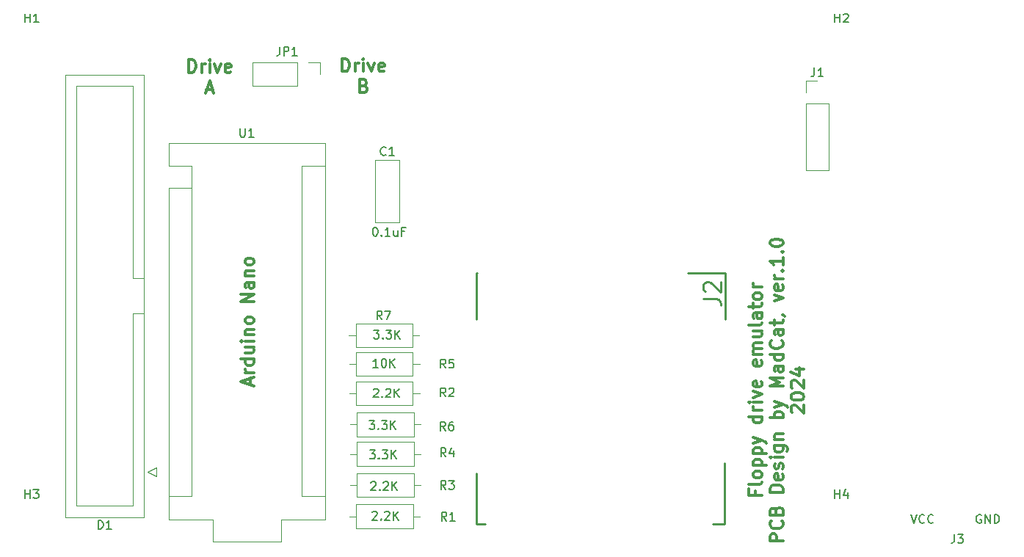
<source format=gbr>
%TF.GenerationSoftware,KiCad,Pcbnew,7.0.1*%
%TF.CreationDate,2024-04-08T12:28:37+03:00*%
%TF.ProjectId,delta_flop_arduino,64656c74-615f-4666-9c6f-705f61726475,rev?*%
%TF.SameCoordinates,Original*%
%TF.FileFunction,Legend,Top*%
%TF.FilePolarity,Positive*%
%FSLAX46Y46*%
G04 Gerber Fmt 4.6, Leading zero omitted, Abs format (unit mm)*
G04 Created by KiCad (PCBNEW 7.0.1) date 2024-04-08 12:28:37*
%MOMM*%
%LPD*%
G01*
G04 APERTURE LIST*
%ADD10C,0.300000*%
%ADD11C,0.150000*%
%ADD12C,0.250000*%
%ADD13C,0.120000*%
%ADD14C,0.254000*%
G04 APERTURE END LIST*
D10*
X130965357Y-141785714D02*
X130965357Y-141071429D01*
X131393928Y-141928571D02*
X129893928Y-141428571D01*
X129893928Y-141428571D02*
X131393928Y-140928571D01*
X131393928Y-140428572D02*
X130393928Y-140428572D01*
X130679642Y-140428572D02*
X130536785Y-140357143D01*
X130536785Y-140357143D02*
X130465357Y-140285715D01*
X130465357Y-140285715D02*
X130393928Y-140142857D01*
X130393928Y-140142857D02*
X130393928Y-140000000D01*
X131393928Y-138857144D02*
X129893928Y-138857144D01*
X131322500Y-138857144D02*
X131393928Y-139000001D01*
X131393928Y-139000001D02*
X131393928Y-139285715D01*
X131393928Y-139285715D02*
X131322500Y-139428572D01*
X131322500Y-139428572D02*
X131251071Y-139500001D01*
X131251071Y-139500001D02*
X131108214Y-139571429D01*
X131108214Y-139571429D02*
X130679642Y-139571429D01*
X130679642Y-139571429D02*
X130536785Y-139500001D01*
X130536785Y-139500001D02*
X130465357Y-139428572D01*
X130465357Y-139428572D02*
X130393928Y-139285715D01*
X130393928Y-139285715D02*
X130393928Y-139000001D01*
X130393928Y-139000001D02*
X130465357Y-138857144D01*
X130393928Y-137500001D02*
X131393928Y-137500001D01*
X130393928Y-138142858D02*
X131179642Y-138142858D01*
X131179642Y-138142858D02*
X131322500Y-138071429D01*
X131322500Y-138071429D02*
X131393928Y-137928572D01*
X131393928Y-137928572D02*
X131393928Y-137714286D01*
X131393928Y-137714286D02*
X131322500Y-137571429D01*
X131322500Y-137571429D02*
X131251071Y-137500001D01*
X131393928Y-136785715D02*
X130393928Y-136785715D01*
X129893928Y-136785715D02*
X129965357Y-136857143D01*
X129965357Y-136857143D02*
X130036785Y-136785715D01*
X130036785Y-136785715D02*
X129965357Y-136714286D01*
X129965357Y-136714286D02*
X129893928Y-136785715D01*
X129893928Y-136785715D02*
X130036785Y-136785715D01*
X130393928Y-136071429D02*
X131393928Y-136071429D01*
X130536785Y-136071429D02*
X130465357Y-136000000D01*
X130465357Y-136000000D02*
X130393928Y-135857143D01*
X130393928Y-135857143D02*
X130393928Y-135642857D01*
X130393928Y-135642857D02*
X130465357Y-135500000D01*
X130465357Y-135500000D02*
X130608214Y-135428572D01*
X130608214Y-135428572D02*
X131393928Y-135428572D01*
X131393928Y-134500000D02*
X131322500Y-134642857D01*
X131322500Y-134642857D02*
X131251071Y-134714286D01*
X131251071Y-134714286D02*
X131108214Y-134785714D01*
X131108214Y-134785714D02*
X130679642Y-134785714D01*
X130679642Y-134785714D02*
X130536785Y-134714286D01*
X130536785Y-134714286D02*
X130465357Y-134642857D01*
X130465357Y-134642857D02*
X130393928Y-134500000D01*
X130393928Y-134500000D02*
X130393928Y-134285714D01*
X130393928Y-134285714D02*
X130465357Y-134142857D01*
X130465357Y-134142857D02*
X130536785Y-134071429D01*
X130536785Y-134071429D02*
X130679642Y-134000000D01*
X130679642Y-134000000D02*
X131108214Y-134000000D01*
X131108214Y-134000000D02*
X131251071Y-134071429D01*
X131251071Y-134071429D02*
X131322500Y-134142857D01*
X131322500Y-134142857D02*
X131393928Y-134285714D01*
X131393928Y-134285714D02*
X131393928Y-134500000D01*
X131393928Y-132214286D02*
X129893928Y-132214286D01*
X129893928Y-132214286D02*
X131393928Y-131357143D01*
X131393928Y-131357143D02*
X129893928Y-131357143D01*
X131393928Y-130000000D02*
X130608214Y-130000000D01*
X130608214Y-130000000D02*
X130465357Y-130071428D01*
X130465357Y-130071428D02*
X130393928Y-130214285D01*
X130393928Y-130214285D02*
X130393928Y-130500000D01*
X130393928Y-130500000D02*
X130465357Y-130642857D01*
X131322500Y-130000000D02*
X131393928Y-130142857D01*
X131393928Y-130142857D02*
X131393928Y-130500000D01*
X131393928Y-130500000D02*
X131322500Y-130642857D01*
X131322500Y-130642857D02*
X131179642Y-130714285D01*
X131179642Y-130714285D02*
X131036785Y-130714285D01*
X131036785Y-130714285D02*
X130893928Y-130642857D01*
X130893928Y-130642857D02*
X130822500Y-130500000D01*
X130822500Y-130500000D02*
X130822500Y-130142857D01*
X130822500Y-130142857D02*
X130751071Y-130000000D01*
X130393928Y-129285714D02*
X131393928Y-129285714D01*
X130536785Y-129285714D02*
X130465357Y-129214285D01*
X130465357Y-129214285D02*
X130393928Y-129071428D01*
X130393928Y-129071428D02*
X130393928Y-128857142D01*
X130393928Y-128857142D02*
X130465357Y-128714285D01*
X130465357Y-128714285D02*
X130608214Y-128642857D01*
X130608214Y-128642857D02*
X131393928Y-128642857D01*
X131393928Y-127714285D02*
X131322500Y-127857142D01*
X131322500Y-127857142D02*
X131251071Y-127928571D01*
X131251071Y-127928571D02*
X131108214Y-127999999D01*
X131108214Y-127999999D02*
X130679642Y-127999999D01*
X130679642Y-127999999D02*
X130536785Y-127928571D01*
X130536785Y-127928571D02*
X130465357Y-127857142D01*
X130465357Y-127857142D02*
X130393928Y-127714285D01*
X130393928Y-127714285D02*
X130393928Y-127499999D01*
X130393928Y-127499999D02*
X130465357Y-127357142D01*
X130465357Y-127357142D02*
X130536785Y-127285714D01*
X130536785Y-127285714D02*
X130679642Y-127214285D01*
X130679642Y-127214285D02*
X131108214Y-127214285D01*
X131108214Y-127214285D02*
X131251071Y-127285714D01*
X131251071Y-127285714D02*
X131322500Y-127357142D01*
X131322500Y-127357142D02*
X131393928Y-127499999D01*
X131393928Y-127499999D02*
X131393928Y-127714285D01*
X141571428Y-105686428D02*
X141571428Y-104186428D01*
X141571428Y-104186428D02*
X141928571Y-104186428D01*
X141928571Y-104186428D02*
X142142857Y-104257857D01*
X142142857Y-104257857D02*
X142285714Y-104400714D01*
X142285714Y-104400714D02*
X142357143Y-104543571D01*
X142357143Y-104543571D02*
X142428571Y-104829285D01*
X142428571Y-104829285D02*
X142428571Y-105043571D01*
X142428571Y-105043571D02*
X142357143Y-105329285D01*
X142357143Y-105329285D02*
X142285714Y-105472142D01*
X142285714Y-105472142D02*
X142142857Y-105615000D01*
X142142857Y-105615000D02*
X141928571Y-105686428D01*
X141928571Y-105686428D02*
X141571428Y-105686428D01*
X143071428Y-105686428D02*
X143071428Y-104686428D01*
X143071428Y-104972142D02*
X143142857Y-104829285D01*
X143142857Y-104829285D02*
X143214286Y-104757857D01*
X143214286Y-104757857D02*
X143357143Y-104686428D01*
X143357143Y-104686428D02*
X143500000Y-104686428D01*
X143999999Y-105686428D02*
X143999999Y-104686428D01*
X143999999Y-104186428D02*
X143928571Y-104257857D01*
X143928571Y-104257857D02*
X143999999Y-104329285D01*
X143999999Y-104329285D02*
X144071428Y-104257857D01*
X144071428Y-104257857D02*
X143999999Y-104186428D01*
X143999999Y-104186428D02*
X143999999Y-104329285D01*
X144571428Y-104686428D02*
X144928571Y-105686428D01*
X144928571Y-105686428D02*
X145285714Y-104686428D01*
X146428571Y-105615000D02*
X146285714Y-105686428D01*
X146285714Y-105686428D02*
X146000000Y-105686428D01*
X146000000Y-105686428D02*
X145857142Y-105615000D01*
X145857142Y-105615000D02*
X145785714Y-105472142D01*
X145785714Y-105472142D02*
X145785714Y-104900714D01*
X145785714Y-104900714D02*
X145857142Y-104757857D01*
X145857142Y-104757857D02*
X146000000Y-104686428D01*
X146000000Y-104686428D02*
X146285714Y-104686428D01*
X146285714Y-104686428D02*
X146428571Y-104757857D01*
X146428571Y-104757857D02*
X146500000Y-104900714D01*
X146500000Y-104900714D02*
X146500000Y-105043571D01*
X146500000Y-105043571D02*
X145785714Y-105186428D01*
X144107142Y-107330714D02*
X144321428Y-107402142D01*
X144321428Y-107402142D02*
X144392857Y-107473571D01*
X144392857Y-107473571D02*
X144464285Y-107616428D01*
X144464285Y-107616428D02*
X144464285Y-107830714D01*
X144464285Y-107830714D02*
X144392857Y-107973571D01*
X144392857Y-107973571D02*
X144321428Y-108045000D01*
X144321428Y-108045000D02*
X144178571Y-108116428D01*
X144178571Y-108116428D02*
X143607142Y-108116428D01*
X143607142Y-108116428D02*
X143607142Y-106616428D01*
X143607142Y-106616428D02*
X144107142Y-106616428D01*
X144107142Y-106616428D02*
X144250000Y-106687857D01*
X144250000Y-106687857D02*
X144321428Y-106759285D01*
X144321428Y-106759285D02*
X144392857Y-106902142D01*
X144392857Y-106902142D02*
X144392857Y-107045000D01*
X144392857Y-107045000D02*
X144321428Y-107187857D01*
X144321428Y-107187857D02*
X144250000Y-107259285D01*
X144250000Y-107259285D02*
X144107142Y-107330714D01*
X144107142Y-107330714D02*
X143607142Y-107330714D01*
X189217314Y-154075742D02*
X189217314Y-154575742D01*
X190003028Y-154575742D02*
X188503028Y-154575742D01*
X188503028Y-154575742D02*
X188503028Y-153861456D01*
X190003028Y-153075742D02*
X189931600Y-153218599D01*
X189931600Y-153218599D02*
X189788742Y-153290028D01*
X189788742Y-153290028D02*
X188503028Y-153290028D01*
X190003028Y-152290028D02*
X189931600Y-152432885D01*
X189931600Y-152432885D02*
X189860171Y-152504314D01*
X189860171Y-152504314D02*
X189717314Y-152575742D01*
X189717314Y-152575742D02*
X189288742Y-152575742D01*
X189288742Y-152575742D02*
X189145885Y-152504314D01*
X189145885Y-152504314D02*
X189074457Y-152432885D01*
X189074457Y-152432885D02*
X189003028Y-152290028D01*
X189003028Y-152290028D02*
X189003028Y-152075742D01*
X189003028Y-152075742D02*
X189074457Y-151932885D01*
X189074457Y-151932885D02*
X189145885Y-151861457D01*
X189145885Y-151861457D02*
X189288742Y-151790028D01*
X189288742Y-151790028D02*
X189717314Y-151790028D01*
X189717314Y-151790028D02*
X189860171Y-151861457D01*
X189860171Y-151861457D02*
X189931600Y-151932885D01*
X189931600Y-151932885D02*
X190003028Y-152075742D01*
X190003028Y-152075742D02*
X190003028Y-152290028D01*
X189003028Y-151147171D02*
X190503028Y-151147171D01*
X189074457Y-151147171D02*
X189003028Y-151004314D01*
X189003028Y-151004314D02*
X189003028Y-150718599D01*
X189003028Y-150718599D02*
X189074457Y-150575742D01*
X189074457Y-150575742D02*
X189145885Y-150504314D01*
X189145885Y-150504314D02*
X189288742Y-150432885D01*
X189288742Y-150432885D02*
X189717314Y-150432885D01*
X189717314Y-150432885D02*
X189860171Y-150504314D01*
X189860171Y-150504314D02*
X189931600Y-150575742D01*
X189931600Y-150575742D02*
X190003028Y-150718599D01*
X190003028Y-150718599D02*
X190003028Y-151004314D01*
X190003028Y-151004314D02*
X189931600Y-151147171D01*
X189003028Y-149790028D02*
X190503028Y-149790028D01*
X189074457Y-149790028D02*
X189003028Y-149647171D01*
X189003028Y-149647171D02*
X189003028Y-149361456D01*
X189003028Y-149361456D02*
X189074457Y-149218599D01*
X189074457Y-149218599D02*
X189145885Y-149147171D01*
X189145885Y-149147171D02*
X189288742Y-149075742D01*
X189288742Y-149075742D02*
X189717314Y-149075742D01*
X189717314Y-149075742D02*
X189860171Y-149147171D01*
X189860171Y-149147171D02*
X189931600Y-149218599D01*
X189931600Y-149218599D02*
X190003028Y-149361456D01*
X190003028Y-149361456D02*
X190003028Y-149647171D01*
X190003028Y-149647171D02*
X189931600Y-149790028D01*
X189003028Y-148575742D02*
X190003028Y-148218599D01*
X189003028Y-147861456D02*
X190003028Y-148218599D01*
X190003028Y-148218599D02*
X190360171Y-148361456D01*
X190360171Y-148361456D02*
X190431600Y-148432885D01*
X190431600Y-148432885D02*
X190503028Y-148575742D01*
X190003028Y-145504314D02*
X188503028Y-145504314D01*
X189931600Y-145504314D02*
X190003028Y-145647171D01*
X190003028Y-145647171D02*
X190003028Y-145932885D01*
X190003028Y-145932885D02*
X189931600Y-146075742D01*
X189931600Y-146075742D02*
X189860171Y-146147171D01*
X189860171Y-146147171D02*
X189717314Y-146218599D01*
X189717314Y-146218599D02*
X189288742Y-146218599D01*
X189288742Y-146218599D02*
X189145885Y-146147171D01*
X189145885Y-146147171D02*
X189074457Y-146075742D01*
X189074457Y-146075742D02*
X189003028Y-145932885D01*
X189003028Y-145932885D02*
X189003028Y-145647171D01*
X189003028Y-145647171D02*
X189074457Y-145504314D01*
X190003028Y-144790028D02*
X189003028Y-144790028D01*
X189288742Y-144790028D02*
X189145885Y-144718599D01*
X189145885Y-144718599D02*
X189074457Y-144647171D01*
X189074457Y-144647171D02*
X189003028Y-144504313D01*
X189003028Y-144504313D02*
X189003028Y-144361456D01*
X190003028Y-143861457D02*
X189003028Y-143861457D01*
X188503028Y-143861457D02*
X188574457Y-143932885D01*
X188574457Y-143932885D02*
X188645885Y-143861457D01*
X188645885Y-143861457D02*
X188574457Y-143790028D01*
X188574457Y-143790028D02*
X188503028Y-143861457D01*
X188503028Y-143861457D02*
X188645885Y-143861457D01*
X189003028Y-143290028D02*
X190003028Y-142932885D01*
X190003028Y-142932885D02*
X189003028Y-142575742D01*
X189931600Y-141432885D02*
X190003028Y-141575742D01*
X190003028Y-141575742D02*
X190003028Y-141861457D01*
X190003028Y-141861457D02*
X189931600Y-142004314D01*
X189931600Y-142004314D02*
X189788742Y-142075742D01*
X189788742Y-142075742D02*
X189217314Y-142075742D01*
X189217314Y-142075742D02*
X189074457Y-142004314D01*
X189074457Y-142004314D02*
X189003028Y-141861457D01*
X189003028Y-141861457D02*
X189003028Y-141575742D01*
X189003028Y-141575742D02*
X189074457Y-141432885D01*
X189074457Y-141432885D02*
X189217314Y-141361457D01*
X189217314Y-141361457D02*
X189360171Y-141361457D01*
X189360171Y-141361457D02*
X189503028Y-142075742D01*
X189931600Y-139004314D02*
X190003028Y-139147171D01*
X190003028Y-139147171D02*
X190003028Y-139432886D01*
X190003028Y-139432886D02*
X189931600Y-139575743D01*
X189931600Y-139575743D02*
X189788742Y-139647171D01*
X189788742Y-139647171D02*
X189217314Y-139647171D01*
X189217314Y-139647171D02*
X189074457Y-139575743D01*
X189074457Y-139575743D02*
X189003028Y-139432886D01*
X189003028Y-139432886D02*
X189003028Y-139147171D01*
X189003028Y-139147171D02*
X189074457Y-139004314D01*
X189074457Y-139004314D02*
X189217314Y-138932886D01*
X189217314Y-138932886D02*
X189360171Y-138932886D01*
X189360171Y-138932886D02*
X189503028Y-139647171D01*
X190003028Y-138290029D02*
X189003028Y-138290029D01*
X189145885Y-138290029D02*
X189074457Y-138218600D01*
X189074457Y-138218600D02*
X189003028Y-138075743D01*
X189003028Y-138075743D02*
X189003028Y-137861457D01*
X189003028Y-137861457D02*
X189074457Y-137718600D01*
X189074457Y-137718600D02*
X189217314Y-137647172D01*
X189217314Y-137647172D02*
X190003028Y-137647172D01*
X189217314Y-137647172D02*
X189074457Y-137575743D01*
X189074457Y-137575743D02*
X189003028Y-137432886D01*
X189003028Y-137432886D02*
X189003028Y-137218600D01*
X189003028Y-137218600D02*
X189074457Y-137075743D01*
X189074457Y-137075743D02*
X189217314Y-137004314D01*
X189217314Y-137004314D02*
X190003028Y-137004314D01*
X189003028Y-135647172D02*
X190003028Y-135647172D01*
X189003028Y-136290029D02*
X189788742Y-136290029D01*
X189788742Y-136290029D02*
X189931600Y-136218600D01*
X189931600Y-136218600D02*
X190003028Y-136075743D01*
X190003028Y-136075743D02*
X190003028Y-135861457D01*
X190003028Y-135861457D02*
X189931600Y-135718600D01*
X189931600Y-135718600D02*
X189860171Y-135647172D01*
X190003028Y-134718600D02*
X189931600Y-134861457D01*
X189931600Y-134861457D02*
X189788742Y-134932886D01*
X189788742Y-134932886D02*
X188503028Y-134932886D01*
X190003028Y-133504315D02*
X189217314Y-133504315D01*
X189217314Y-133504315D02*
X189074457Y-133575743D01*
X189074457Y-133575743D02*
X189003028Y-133718600D01*
X189003028Y-133718600D02*
X189003028Y-134004315D01*
X189003028Y-134004315D02*
X189074457Y-134147172D01*
X189931600Y-133504315D02*
X190003028Y-133647172D01*
X190003028Y-133647172D02*
X190003028Y-134004315D01*
X190003028Y-134004315D02*
X189931600Y-134147172D01*
X189931600Y-134147172D02*
X189788742Y-134218600D01*
X189788742Y-134218600D02*
X189645885Y-134218600D01*
X189645885Y-134218600D02*
X189503028Y-134147172D01*
X189503028Y-134147172D02*
X189431600Y-134004315D01*
X189431600Y-134004315D02*
X189431600Y-133647172D01*
X189431600Y-133647172D02*
X189360171Y-133504315D01*
X189003028Y-133004314D02*
X189003028Y-132432886D01*
X188503028Y-132790029D02*
X189788742Y-132790029D01*
X189788742Y-132790029D02*
X189931600Y-132718600D01*
X189931600Y-132718600D02*
X190003028Y-132575743D01*
X190003028Y-132575743D02*
X190003028Y-132432886D01*
X190003028Y-131718600D02*
X189931600Y-131861457D01*
X189931600Y-131861457D02*
X189860171Y-131932886D01*
X189860171Y-131932886D02*
X189717314Y-132004314D01*
X189717314Y-132004314D02*
X189288742Y-132004314D01*
X189288742Y-132004314D02*
X189145885Y-131932886D01*
X189145885Y-131932886D02*
X189074457Y-131861457D01*
X189074457Y-131861457D02*
X189003028Y-131718600D01*
X189003028Y-131718600D02*
X189003028Y-131504314D01*
X189003028Y-131504314D02*
X189074457Y-131361457D01*
X189074457Y-131361457D02*
X189145885Y-131290029D01*
X189145885Y-131290029D02*
X189288742Y-131218600D01*
X189288742Y-131218600D02*
X189717314Y-131218600D01*
X189717314Y-131218600D02*
X189860171Y-131290029D01*
X189860171Y-131290029D02*
X189931600Y-131361457D01*
X189931600Y-131361457D02*
X190003028Y-131504314D01*
X190003028Y-131504314D02*
X190003028Y-131718600D01*
X190003028Y-130575743D02*
X189003028Y-130575743D01*
X189288742Y-130575743D02*
X189145885Y-130504314D01*
X189145885Y-130504314D02*
X189074457Y-130432886D01*
X189074457Y-130432886D02*
X189003028Y-130290028D01*
X189003028Y-130290028D02*
X189003028Y-130147171D01*
X192433028Y-159861457D02*
X190933028Y-159861457D01*
X190933028Y-159861457D02*
X190933028Y-159290028D01*
X190933028Y-159290028D02*
X191004457Y-159147171D01*
X191004457Y-159147171D02*
X191075885Y-159075742D01*
X191075885Y-159075742D02*
X191218742Y-159004314D01*
X191218742Y-159004314D02*
X191433028Y-159004314D01*
X191433028Y-159004314D02*
X191575885Y-159075742D01*
X191575885Y-159075742D02*
X191647314Y-159147171D01*
X191647314Y-159147171D02*
X191718742Y-159290028D01*
X191718742Y-159290028D02*
X191718742Y-159861457D01*
X192290171Y-157504314D02*
X192361600Y-157575742D01*
X192361600Y-157575742D02*
X192433028Y-157790028D01*
X192433028Y-157790028D02*
X192433028Y-157932885D01*
X192433028Y-157932885D02*
X192361600Y-158147171D01*
X192361600Y-158147171D02*
X192218742Y-158290028D01*
X192218742Y-158290028D02*
X192075885Y-158361457D01*
X192075885Y-158361457D02*
X191790171Y-158432885D01*
X191790171Y-158432885D02*
X191575885Y-158432885D01*
X191575885Y-158432885D02*
X191290171Y-158361457D01*
X191290171Y-158361457D02*
X191147314Y-158290028D01*
X191147314Y-158290028D02*
X191004457Y-158147171D01*
X191004457Y-158147171D02*
X190933028Y-157932885D01*
X190933028Y-157932885D02*
X190933028Y-157790028D01*
X190933028Y-157790028D02*
X191004457Y-157575742D01*
X191004457Y-157575742D02*
X191075885Y-157504314D01*
X191647314Y-156361457D02*
X191718742Y-156147171D01*
X191718742Y-156147171D02*
X191790171Y-156075742D01*
X191790171Y-156075742D02*
X191933028Y-156004314D01*
X191933028Y-156004314D02*
X192147314Y-156004314D01*
X192147314Y-156004314D02*
X192290171Y-156075742D01*
X192290171Y-156075742D02*
X192361600Y-156147171D01*
X192361600Y-156147171D02*
X192433028Y-156290028D01*
X192433028Y-156290028D02*
X192433028Y-156861457D01*
X192433028Y-156861457D02*
X190933028Y-156861457D01*
X190933028Y-156861457D02*
X190933028Y-156361457D01*
X190933028Y-156361457D02*
X191004457Y-156218600D01*
X191004457Y-156218600D02*
X191075885Y-156147171D01*
X191075885Y-156147171D02*
X191218742Y-156075742D01*
X191218742Y-156075742D02*
X191361600Y-156075742D01*
X191361600Y-156075742D02*
X191504457Y-156147171D01*
X191504457Y-156147171D02*
X191575885Y-156218600D01*
X191575885Y-156218600D02*
X191647314Y-156361457D01*
X191647314Y-156361457D02*
X191647314Y-156861457D01*
X192433028Y-154218600D02*
X190933028Y-154218600D01*
X190933028Y-154218600D02*
X190933028Y-153861457D01*
X190933028Y-153861457D02*
X191004457Y-153647171D01*
X191004457Y-153647171D02*
X191147314Y-153504314D01*
X191147314Y-153504314D02*
X191290171Y-153432885D01*
X191290171Y-153432885D02*
X191575885Y-153361457D01*
X191575885Y-153361457D02*
X191790171Y-153361457D01*
X191790171Y-153361457D02*
X192075885Y-153432885D01*
X192075885Y-153432885D02*
X192218742Y-153504314D01*
X192218742Y-153504314D02*
X192361600Y-153647171D01*
X192361600Y-153647171D02*
X192433028Y-153861457D01*
X192433028Y-153861457D02*
X192433028Y-154218600D01*
X192361600Y-152147171D02*
X192433028Y-152290028D01*
X192433028Y-152290028D02*
X192433028Y-152575743D01*
X192433028Y-152575743D02*
X192361600Y-152718600D01*
X192361600Y-152718600D02*
X192218742Y-152790028D01*
X192218742Y-152790028D02*
X191647314Y-152790028D01*
X191647314Y-152790028D02*
X191504457Y-152718600D01*
X191504457Y-152718600D02*
X191433028Y-152575743D01*
X191433028Y-152575743D02*
X191433028Y-152290028D01*
X191433028Y-152290028D02*
X191504457Y-152147171D01*
X191504457Y-152147171D02*
X191647314Y-152075743D01*
X191647314Y-152075743D02*
X191790171Y-152075743D01*
X191790171Y-152075743D02*
X191933028Y-152790028D01*
X192361600Y-151504314D02*
X192433028Y-151361457D01*
X192433028Y-151361457D02*
X192433028Y-151075743D01*
X192433028Y-151075743D02*
X192361600Y-150932886D01*
X192361600Y-150932886D02*
X192218742Y-150861457D01*
X192218742Y-150861457D02*
X192147314Y-150861457D01*
X192147314Y-150861457D02*
X192004457Y-150932886D01*
X192004457Y-150932886D02*
X191933028Y-151075743D01*
X191933028Y-151075743D02*
X191933028Y-151290029D01*
X191933028Y-151290029D02*
X191861600Y-151432886D01*
X191861600Y-151432886D02*
X191718742Y-151504314D01*
X191718742Y-151504314D02*
X191647314Y-151504314D01*
X191647314Y-151504314D02*
X191504457Y-151432886D01*
X191504457Y-151432886D02*
X191433028Y-151290029D01*
X191433028Y-151290029D02*
X191433028Y-151075743D01*
X191433028Y-151075743D02*
X191504457Y-150932886D01*
X192433028Y-150218600D02*
X191433028Y-150218600D01*
X190933028Y-150218600D02*
X191004457Y-150290028D01*
X191004457Y-150290028D02*
X191075885Y-150218600D01*
X191075885Y-150218600D02*
X191004457Y-150147171D01*
X191004457Y-150147171D02*
X190933028Y-150218600D01*
X190933028Y-150218600D02*
X191075885Y-150218600D01*
X191433028Y-148861457D02*
X192647314Y-148861457D01*
X192647314Y-148861457D02*
X192790171Y-148932885D01*
X192790171Y-148932885D02*
X192861600Y-149004314D01*
X192861600Y-149004314D02*
X192933028Y-149147171D01*
X192933028Y-149147171D02*
X192933028Y-149361457D01*
X192933028Y-149361457D02*
X192861600Y-149504314D01*
X192361600Y-148861457D02*
X192433028Y-149004314D01*
X192433028Y-149004314D02*
X192433028Y-149290028D01*
X192433028Y-149290028D02*
X192361600Y-149432885D01*
X192361600Y-149432885D02*
X192290171Y-149504314D01*
X192290171Y-149504314D02*
X192147314Y-149575742D01*
X192147314Y-149575742D02*
X191718742Y-149575742D01*
X191718742Y-149575742D02*
X191575885Y-149504314D01*
X191575885Y-149504314D02*
X191504457Y-149432885D01*
X191504457Y-149432885D02*
X191433028Y-149290028D01*
X191433028Y-149290028D02*
X191433028Y-149004314D01*
X191433028Y-149004314D02*
X191504457Y-148861457D01*
X191433028Y-148147171D02*
X192433028Y-148147171D01*
X191575885Y-148147171D02*
X191504457Y-148075742D01*
X191504457Y-148075742D02*
X191433028Y-147932885D01*
X191433028Y-147932885D02*
X191433028Y-147718599D01*
X191433028Y-147718599D02*
X191504457Y-147575742D01*
X191504457Y-147575742D02*
X191647314Y-147504314D01*
X191647314Y-147504314D02*
X192433028Y-147504314D01*
X192433028Y-145647171D02*
X190933028Y-145647171D01*
X191504457Y-145647171D02*
X191433028Y-145504314D01*
X191433028Y-145504314D02*
X191433028Y-145218599D01*
X191433028Y-145218599D02*
X191504457Y-145075742D01*
X191504457Y-145075742D02*
X191575885Y-145004314D01*
X191575885Y-145004314D02*
X191718742Y-144932885D01*
X191718742Y-144932885D02*
X192147314Y-144932885D01*
X192147314Y-144932885D02*
X192290171Y-145004314D01*
X192290171Y-145004314D02*
X192361600Y-145075742D01*
X192361600Y-145075742D02*
X192433028Y-145218599D01*
X192433028Y-145218599D02*
X192433028Y-145504314D01*
X192433028Y-145504314D02*
X192361600Y-145647171D01*
X191433028Y-144432885D02*
X192433028Y-144075742D01*
X191433028Y-143718599D02*
X192433028Y-144075742D01*
X192433028Y-144075742D02*
X192790171Y-144218599D01*
X192790171Y-144218599D02*
X192861600Y-144290028D01*
X192861600Y-144290028D02*
X192933028Y-144432885D01*
X192433028Y-142004314D02*
X190933028Y-142004314D01*
X190933028Y-142004314D02*
X192004457Y-141504314D01*
X192004457Y-141504314D02*
X190933028Y-141004314D01*
X190933028Y-141004314D02*
X192433028Y-141004314D01*
X192433028Y-139647171D02*
X191647314Y-139647171D01*
X191647314Y-139647171D02*
X191504457Y-139718599D01*
X191504457Y-139718599D02*
X191433028Y-139861456D01*
X191433028Y-139861456D02*
X191433028Y-140147171D01*
X191433028Y-140147171D02*
X191504457Y-140290028D01*
X192361600Y-139647171D02*
X192433028Y-139790028D01*
X192433028Y-139790028D02*
X192433028Y-140147171D01*
X192433028Y-140147171D02*
X192361600Y-140290028D01*
X192361600Y-140290028D02*
X192218742Y-140361456D01*
X192218742Y-140361456D02*
X192075885Y-140361456D01*
X192075885Y-140361456D02*
X191933028Y-140290028D01*
X191933028Y-140290028D02*
X191861600Y-140147171D01*
X191861600Y-140147171D02*
X191861600Y-139790028D01*
X191861600Y-139790028D02*
X191790171Y-139647171D01*
X192433028Y-138290028D02*
X190933028Y-138290028D01*
X192361600Y-138290028D02*
X192433028Y-138432885D01*
X192433028Y-138432885D02*
X192433028Y-138718599D01*
X192433028Y-138718599D02*
X192361600Y-138861456D01*
X192361600Y-138861456D02*
X192290171Y-138932885D01*
X192290171Y-138932885D02*
X192147314Y-139004313D01*
X192147314Y-139004313D02*
X191718742Y-139004313D01*
X191718742Y-139004313D02*
X191575885Y-138932885D01*
X191575885Y-138932885D02*
X191504457Y-138861456D01*
X191504457Y-138861456D02*
X191433028Y-138718599D01*
X191433028Y-138718599D02*
X191433028Y-138432885D01*
X191433028Y-138432885D02*
X191504457Y-138290028D01*
X192290171Y-136718599D02*
X192361600Y-136790027D01*
X192361600Y-136790027D02*
X192433028Y-137004313D01*
X192433028Y-137004313D02*
X192433028Y-137147170D01*
X192433028Y-137147170D02*
X192361600Y-137361456D01*
X192361600Y-137361456D02*
X192218742Y-137504313D01*
X192218742Y-137504313D02*
X192075885Y-137575742D01*
X192075885Y-137575742D02*
X191790171Y-137647170D01*
X191790171Y-137647170D02*
X191575885Y-137647170D01*
X191575885Y-137647170D02*
X191290171Y-137575742D01*
X191290171Y-137575742D02*
X191147314Y-137504313D01*
X191147314Y-137504313D02*
X191004457Y-137361456D01*
X191004457Y-137361456D02*
X190933028Y-137147170D01*
X190933028Y-137147170D02*
X190933028Y-137004313D01*
X190933028Y-137004313D02*
X191004457Y-136790027D01*
X191004457Y-136790027D02*
X191075885Y-136718599D01*
X192433028Y-135432885D02*
X191647314Y-135432885D01*
X191647314Y-135432885D02*
X191504457Y-135504313D01*
X191504457Y-135504313D02*
X191433028Y-135647170D01*
X191433028Y-135647170D02*
X191433028Y-135932885D01*
X191433028Y-135932885D02*
X191504457Y-136075742D01*
X192361600Y-135432885D02*
X192433028Y-135575742D01*
X192433028Y-135575742D02*
X192433028Y-135932885D01*
X192433028Y-135932885D02*
X192361600Y-136075742D01*
X192361600Y-136075742D02*
X192218742Y-136147170D01*
X192218742Y-136147170D02*
X192075885Y-136147170D01*
X192075885Y-136147170D02*
X191933028Y-136075742D01*
X191933028Y-136075742D02*
X191861600Y-135932885D01*
X191861600Y-135932885D02*
X191861600Y-135575742D01*
X191861600Y-135575742D02*
X191790171Y-135432885D01*
X191433028Y-134932884D02*
X191433028Y-134361456D01*
X190933028Y-134718599D02*
X192218742Y-134718599D01*
X192218742Y-134718599D02*
X192361600Y-134647170D01*
X192361600Y-134647170D02*
X192433028Y-134504313D01*
X192433028Y-134504313D02*
X192433028Y-134361456D01*
X192361600Y-133790027D02*
X192433028Y-133790027D01*
X192433028Y-133790027D02*
X192575885Y-133861456D01*
X192575885Y-133861456D02*
X192647314Y-133932884D01*
X191433028Y-132147170D02*
X192433028Y-131790027D01*
X192433028Y-131790027D02*
X191433028Y-131432884D01*
X192361600Y-130290027D02*
X192433028Y-130432884D01*
X192433028Y-130432884D02*
X192433028Y-130718599D01*
X192433028Y-130718599D02*
X192361600Y-130861456D01*
X192361600Y-130861456D02*
X192218742Y-130932884D01*
X192218742Y-130932884D02*
X191647314Y-130932884D01*
X191647314Y-130932884D02*
X191504457Y-130861456D01*
X191504457Y-130861456D02*
X191433028Y-130718599D01*
X191433028Y-130718599D02*
X191433028Y-130432884D01*
X191433028Y-130432884D02*
X191504457Y-130290027D01*
X191504457Y-130290027D02*
X191647314Y-130218599D01*
X191647314Y-130218599D02*
X191790171Y-130218599D01*
X191790171Y-130218599D02*
X191933028Y-130932884D01*
X192433028Y-129575742D02*
X191433028Y-129575742D01*
X191718742Y-129575742D02*
X191575885Y-129504313D01*
X191575885Y-129504313D02*
X191504457Y-129432885D01*
X191504457Y-129432885D02*
X191433028Y-129290027D01*
X191433028Y-129290027D02*
X191433028Y-129147170D01*
X192290171Y-128647171D02*
X192361600Y-128575742D01*
X192361600Y-128575742D02*
X192433028Y-128647171D01*
X192433028Y-128647171D02*
X192361600Y-128718599D01*
X192361600Y-128718599D02*
X192290171Y-128647171D01*
X192290171Y-128647171D02*
X192433028Y-128647171D01*
X192433028Y-127147170D02*
X192433028Y-128004313D01*
X192433028Y-127575742D02*
X190933028Y-127575742D01*
X190933028Y-127575742D02*
X191147314Y-127718599D01*
X191147314Y-127718599D02*
X191290171Y-127861456D01*
X191290171Y-127861456D02*
X191361600Y-128004313D01*
X192290171Y-126504314D02*
X192361600Y-126432885D01*
X192361600Y-126432885D02*
X192433028Y-126504314D01*
X192433028Y-126504314D02*
X192361600Y-126575742D01*
X192361600Y-126575742D02*
X192290171Y-126504314D01*
X192290171Y-126504314D02*
X192433028Y-126504314D01*
X190933028Y-125504313D02*
X190933028Y-125361456D01*
X190933028Y-125361456D02*
X191004457Y-125218599D01*
X191004457Y-125218599D02*
X191075885Y-125147171D01*
X191075885Y-125147171D02*
X191218742Y-125075742D01*
X191218742Y-125075742D02*
X191504457Y-125004313D01*
X191504457Y-125004313D02*
X191861600Y-125004313D01*
X191861600Y-125004313D02*
X192147314Y-125075742D01*
X192147314Y-125075742D02*
X192290171Y-125147171D01*
X192290171Y-125147171D02*
X192361600Y-125218599D01*
X192361600Y-125218599D02*
X192433028Y-125361456D01*
X192433028Y-125361456D02*
X192433028Y-125504313D01*
X192433028Y-125504313D02*
X192361600Y-125647171D01*
X192361600Y-125647171D02*
X192290171Y-125718599D01*
X192290171Y-125718599D02*
X192147314Y-125790028D01*
X192147314Y-125790028D02*
X191861600Y-125861456D01*
X191861600Y-125861456D02*
X191504457Y-125861456D01*
X191504457Y-125861456D02*
X191218742Y-125790028D01*
X191218742Y-125790028D02*
X191075885Y-125718599D01*
X191075885Y-125718599D02*
X191004457Y-125647171D01*
X191004457Y-125647171D02*
X190933028Y-125504313D01*
X193505885Y-145040027D02*
X193434457Y-144968599D01*
X193434457Y-144968599D02*
X193363028Y-144825742D01*
X193363028Y-144825742D02*
X193363028Y-144468599D01*
X193363028Y-144468599D02*
X193434457Y-144325742D01*
X193434457Y-144325742D02*
X193505885Y-144254313D01*
X193505885Y-144254313D02*
X193648742Y-144182884D01*
X193648742Y-144182884D02*
X193791600Y-144182884D01*
X193791600Y-144182884D02*
X194005885Y-144254313D01*
X194005885Y-144254313D02*
X194863028Y-145111456D01*
X194863028Y-145111456D02*
X194863028Y-144182884D01*
X193363028Y-143254313D02*
X193363028Y-143111456D01*
X193363028Y-143111456D02*
X193434457Y-142968599D01*
X193434457Y-142968599D02*
X193505885Y-142897171D01*
X193505885Y-142897171D02*
X193648742Y-142825742D01*
X193648742Y-142825742D02*
X193934457Y-142754313D01*
X193934457Y-142754313D02*
X194291600Y-142754313D01*
X194291600Y-142754313D02*
X194577314Y-142825742D01*
X194577314Y-142825742D02*
X194720171Y-142897171D01*
X194720171Y-142897171D02*
X194791600Y-142968599D01*
X194791600Y-142968599D02*
X194863028Y-143111456D01*
X194863028Y-143111456D02*
X194863028Y-143254313D01*
X194863028Y-143254313D02*
X194791600Y-143397171D01*
X194791600Y-143397171D02*
X194720171Y-143468599D01*
X194720171Y-143468599D02*
X194577314Y-143540028D01*
X194577314Y-143540028D02*
X194291600Y-143611456D01*
X194291600Y-143611456D02*
X193934457Y-143611456D01*
X193934457Y-143611456D02*
X193648742Y-143540028D01*
X193648742Y-143540028D02*
X193505885Y-143468599D01*
X193505885Y-143468599D02*
X193434457Y-143397171D01*
X193434457Y-143397171D02*
X193363028Y-143254313D01*
X193505885Y-142182885D02*
X193434457Y-142111457D01*
X193434457Y-142111457D02*
X193363028Y-141968600D01*
X193363028Y-141968600D02*
X193363028Y-141611457D01*
X193363028Y-141611457D02*
X193434457Y-141468600D01*
X193434457Y-141468600D02*
X193505885Y-141397171D01*
X193505885Y-141397171D02*
X193648742Y-141325742D01*
X193648742Y-141325742D02*
X193791600Y-141325742D01*
X193791600Y-141325742D02*
X194005885Y-141397171D01*
X194005885Y-141397171D02*
X194863028Y-142254314D01*
X194863028Y-142254314D02*
X194863028Y-141325742D01*
X193863028Y-140040029D02*
X194863028Y-140040029D01*
X193291600Y-140397171D02*
X194363028Y-140754314D01*
X194363028Y-140754314D02*
X194363028Y-139825743D01*
X123871428Y-105786428D02*
X123871428Y-104286428D01*
X123871428Y-104286428D02*
X124228571Y-104286428D01*
X124228571Y-104286428D02*
X124442857Y-104357857D01*
X124442857Y-104357857D02*
X124585714Y-104500714D01*
X124585714Y-104500714D02*
X124657143Y-104643571D01*
X124657143Y-104643571D02*
X124728571Y-104929285D01*
X124728571Y-104929285D02*
X124728571Y-105143571D01*
X124728571Y-105143571D02*
X124657143Y-105429285D01*
X124657143Y-105429285D02*
X124585714Y-105572142D01*
X124585714Y-105572142D02*
X124442857Y-105715000D01*
X124442857Y-105715000D02*
X124228571Y-105786428D01*
X124228571Y-105786428D02*
X123871428Y-105786428D01*
X125371428Y-105786428D02*
X125371428Y-104786428D01*
X125371428Y-105072142D02*
X125442857Y-104929285D01*
X125442857Y-104929285D02*
X125514286Y-104857857D01*
X125514286Y-104857857D02*
X125657143Y-104786428D01*
X125657143Y-104786428D02*
X125800000Y-104786428D01*
X126299999Y-105786428D02*
X126299999Y-104786428D01*
X126299999Y-104286428D02*
X126228571Y-104357857D01*
X126228571Y-104357857D02*
X126299999Y-104429285D01*
X126299999Y-104429285D02*
X126371428Y-104357857D01*
X126371428Y-104357857D02*
X126299999Y-104286428D01*
X126299999Y-104286428D02*
X126299999Y-104429285D01*
X126871428Y-104786428D02*
X127228571Y-105786428D01*
X127228571Y-105786428D02*
X127585714Y-104786428D01*
X128728571Y-105715000D02*
X128585714Y-105786428D01*
X128585714Y-105786428D02*
X128300000Y-105786428D01*
X128300000Y-105786428D02*
X128157142Y-105715000D01*
X128157142Y-105715000D02*
X128085714Y-105572142D01*
X128085714Y-105572142D02*
X128085714Y-105000714D01*
X128085714Y-105000714D02*
X128157142Y-104857857D01*
X128157142Y-104857857D02*
X128300000Y-104786428D01*
X128300000Y-104786428D02*
X128585714Y-104786428D01*
X128585714Y-104786428D02*
X128728571Y-104857857D01*
X128728571Y-104857857D02*
X128800000Y-105000714D01*
X128800000Y-105000714D02*
X128800000Y-105143571D01*
X128800000Y-105143571D02*
X128085714Y-105286428D01*
X125942857Y-107787857D02*
X126657143Y-107787857D01*
X125800000Y-108216428D02*
X126300000Y-106716428D01*
X126300000Y-106716428D02*
X126800000Y-108216428D01*
D11*
%TO.C,J3*%
X212199166Y-159087619D02*
X212199166Y-159801904D01*
X212199166Y-159801904D02*
X212151547Y-159944761D01*
X212151547Y-159944761D02*
X212056309Y-160040000D01*
X212056309Y-160040000D02*
X211913452Y-160087619D01*
X211913452Y-160087619D02*
X211818214Y-160087619D01*
X212580119Y-159087619D02*
X213199166Y-159087619D01*
X213199166Y-159087619D02*
X212865833Y-159468571D01*
X212865833Y-159468571D02*
X213008690Y-159468571D01*
X213008690Y-159468571D02*
X213103928Y-159516190D01*
X213103928Y-159516190D02*
X213151547Y-159563809D01*
X213151547Y-159563809D02*
X213199166Y-159659047D01*
X213199166Y-159659047D02*
X213199166Y-159897142D01*
X213199166Y-159897142D02*
X213151547Y-159992380D01*
X213151547Y-159992380D02*
X213103928Y-160040000D01*
X213103928Y-160040000D02*
X213008690Y-160087619D01*
X213008690Y-160087619D02*
X212722976Y-160087619D01*
X212722976Y-160087619D02*
X212627738Y-160040000D01*
X212627738Y-160040000D02*
X212580119Y-159992380D01*
X207190238Y-156802619D02*
X207523571Y-157802619D01*
X207523571Y-157802619D02*
X207856904Y-156802619D01*
X208761666Y-157707380D02*
X208714047Y-157755000D01*
X208714047Y-157755000D02*
X208571190Y-157802619D01*
X208571190Y-157802619D02*
X208475952Y-157802619D01*
X208475952Y-157802619D02*
X208333095Y-157755000D01*
X208333095Y-157755000D02*
X208237857Y-157659761D01*
X208237857Y-157659761D02*
X208190238Y-157564523D01*
X208190238Y-157564523D02*
X208142619Y-157374047D01*
X208142619Y-157374047D02*
X208142619Y-157231190D01*
X208142619Y-157231190D02*
X208190238Y-157040714D01*
X208190238Y-157040714D02*
X208237857Y-156945476D01*
X208237857Y-156945476D02*
X208333095Y-156850238D01*
X208333095Y-156850238D02*
X208475952Y-156802619D01*
X208475952Y-156802619D02*
X208571190Y-156802619D01*
X208571190Y-156802619D02*
X208714047Y-156850238D01*
X208714047Y-156850238D02*
X208761666Y-156897857D01*
X209761666Y-157707380D02*
X209714047Y-157755000D01*
X209714047Y-157755000D02*
X209571190Y-157802619D01*
X209571190Y-157802619D02*
X209475952Y-157802619D01*
X209475952Y-157802619D02*
X209333095Y-157755000D01*
X209333095Y-157755000D02*
X209237857Y-157659761D01*
X209237857Y-157659761D02*
X209190238Y-157564523D01*
X209190238Y-157564523D02*
X209142619Y-157374047D01*
X209142619Y-157374047D02*
X209142619Y-157231190D01*
X209142619Y-157231190D02*
X209190238Y-157040714D01*
X209190238Y-157040714D02*
X209237857Y-156945476D01*
X209237857Y-156945476D02*
X209333095Y-156850238D01*
X209333095Y-156850238D02*
X209475952Y-156802619D01*
X209475952Y-156802619D02*
X209571190Y-156802619D01*
X209571190Y-156802619D02*
X209714047Y-156850238D01*
X209714047Y-156850238D02*
X209761666Y-156897857D01*
X215285477Y-156850238D02*
X215190239Y-156802619D01*
X215190239Y-156802619D02*
X215047382Y-156802619D01*
X215047382Y-156802619D02*
X214904525Y-156850238D01*
X214904525Y-156850238D02*
X214809287Y-156945476D01*
X214809287Y-156945476D02*
X214761668Y-157040714D01*
X214761668Y-157040714D02*
X214714049Y-157231190D01*
X214714049Y-157231190D02*
X214714049Y-157374047D01*
X214714049Y-157374047D02*
X214761668Y-157564523D01*
X214761668Y-157564523D02*
X214809287Y-157659761D01*
X214809287Y-157659761D02*
X214904525Y-157755000D01*
X214904525Y-157755000D02*
X215047382Y-157802619D01*
X215047382Y-157802619D02*
X215142620Y-157802619D01*
X215142620Y-157802619D02*
X215285477Y-157755000D01*
X215285477Y-157755000D02*
X215333096Y-157707380D01*
X215333096Y-157707380D02*
X215333096Y-157374047D01*
X215333096Y-157374047D02*
X215142620Y-157374047D01*
X215761668Y-157802619D02*
X215761668Y-156802619D01*
X215761668Y-156802619D02*
X216333096Y-157802619D01*
X216333096Y-157802619D02*
X216333096Y-156802619D01*
X216809287Y-157802619D02*
X216809287Y-156802619D01*
X216809287Y-156802619D02*
X217047382Y-156802619D01*
X217047382Y-156802619D02*
X217190239Y-156850238D01*
X217190239Y-156850238D02*
X217285477Y-156945476D01*
X217285477Y-156945476D02*
X217333096Y-157040714D01*
X217333096Y-157040714D02*
X217380715Y-157231190D01*
X217380715Y-157231190D02*
X217380715Y-157374047D01*
X217380715Y-157374047D02*
X217333096Y-157564523D01*
X217333096Y-157564523D02*
X217285477Y-157659761D01*
X217285477Y-157659761D02*
X217190239Y-157755000D01*
X217190239Y-157755000D02*
X217047382Y-157802619D01*
X217047382Y-157802619D02*
X216809287Y-157802619D01*
%TO.C,R6*%
X153503333Y-147096819D02*
X153170000Y-146620628D01*
X152931905Y-147096819D02*
X152931905Y-146096819D01*
X152931905Y-146096819D02*
X153312857Y-146096819D01*
X153312857Y-146096819D02*
X153408095Y-146144438D01*
X153408095Y-146144438D02*
X153455714Y-146192057D01*
X153455714Y-146192057D02*
X153503333Y-146287295D01*
X153503333Y-146287295D02*
X153503333Y-146430152D01*
X153503333Y-146430152D02*
X153455714Y-146525390D01*
X153455714Y-146525390D02*
X153408095Y-146573009D01*
X153408095Y-146573009D02*
X153312857Y-146620628D01*
X153312857Y-146620628D02*
X152931905Y-146620628D01*
X154360476Y-146096819D02*
X154170000Y-146096819D01*
X154170000Y-146096819D02*
X154074762Y-146144438D01*
X154074762Y-146144438D02*
X154027143Y-146192057D01*
X154027143Y-146192057D02*
X153931905Y-146334914D01*
X153931905Y-146334914D02*
X153884286Y-146525390D01*
X153884286Y-146525390D02*
X153884286Y-146906342D01*
X153884286Y-146906342D02*
X153931905Y-147001580D01*
X153931905Y-147001580D02*
X153979524Y-147049200D01*
X153979524Y-147049200D02*
X154074762Y-147096819D01*
X154074762Y-147096819D02*
X154265238Y-147096819D01*
X154265238Y-147096819D02*
X154360476Y-147049200D01*
X154360476Y-147049200D02*
X154408095Y-147001580D01*
X154408095Y-147001580D02*
X154455714Y-146906342D01*
X154455714Y-146906342D02*
X154455714Y-146668247D01*
X154455714Y-146668247D02*
X154408095Y-146573009D01*
X154408095Y-146573009D02*
X154360476Y-146525390D01*
X154360476Y-146525390D02*
X154265238Y-146477771D01*
X154265238Y-146477771D02*
X154074762Y-146477771D01*
X154074762Y-146477771D02*
X153979524Y-146525390D01*
X153979524Y-146525390D02*
X153931905Y-146573009D01*
X153931905Y-146573009D02*
X153884286Y-146668247D01*
X144720381Y-145957019D02*
X145339428Y-145957019D01*
X145339428Y-145957019D02*
X145006095Y-146337971D01*
X145006095Y-146337971D02*
X145148952Y-146337971D01*
X145148952Y-146337971D02*
X145244190Y-146385590D01*
X145244190Y-146385590D02*
X145291809Y-146433209D01*
X145291809Y-146433209D02*
X145339428Y-146528447D01*
X145339428Y-146528447D02*
X145339428Y-146766542D01*
X145339428Y-146766542D02*
X145291809Y-146861780D01*
X145291809Y-146861780D02*
X145244190Y-146909400D01*
X145244190Y-146909400D02*
X145148952Y-146957019D01*
X145148952Y-146957019D02*
X144863238Y-146957019D01*
X144863238Y-146957019D02*
X144768000Y-146909400D01*
X144768000Y-146909400D02*
X144720381Y-146861780D01*
X145768000Y-146861780D02*
X145815619Y-146909400D01*
X145815619Y-146909400D02*
X145768000Y-146957019D01*
X145768000Y-146957019D02*
X145720381Y-146909400D01*
X145720381Y-146909400D02*
X145768000Y-146861780D01*
X145768000Y-146861780D02*
X145768000Y-146957019D01*
X146148952Y-145957019D02*
X146767999Y-145957019D01*
X146767999Y-145957019D02*
X146434666Y-146337971D01*
X146434666Y-146337971D02*
X146577523Y-146337971D01*
X146577523Y-146337971D02*
X146672761Y-146385590D01*
X146672761Y-146385590D02*
X146720380Y-146433209D01*
X146720380Y-146433209D02*
X146767999Y-146528447D01*
X146767999Y-146528447D02*
X146767999Y-146766542D01*
X146767999Y-146766542D02*
X146720380Y-146861780D01*
X146720380Y-146861780D02*
X146672761Y-146909400D01*
X146672761Y-146909400D02*
X146577523Y-146957019D01*
X146577523Y-146957019D02*
X146291809Y-146957019D01*
X146291809Y-146957019D02*
X146196571Y-146909400D01*
X146196571Y-146909400D02*
X146148952Y-146861780D01*
X147196571Y-146957019D02*
X147196571Y-145957019D01*
X147767999Y-146957019D02*
X147339428Y-146385590D01*
X147767999Y-145957019D02*
X147196571Y-146528447D01*
%TO.C,H1*%
X105014495Y-100011819D02*
X105014495Y-99011819D01*
X105014495Y-99488009D02*
X105585923Y-99488009D01*
X105585923Y-100011819D02*
X105585923Y-99011819D01*
X106585923Y-100011819D02*
X106014495Y-100011819D01*
X106300209Y-100011819D02*
X106300209Y-99011819D01*
X106300209Y-99011819D02*
X106204971Y-99154676D01*
X106204971Y-99154676D02*
X106109733Y-99249914D01*
X106109733Y-99249914D02*
X106014495Y-99297533D01*
%TO.C,H4*%
X198414095Y-154905019D02*
X198414095Y-153905019D01*
X198414095Y-154381209D02*
X198985523Y-154381209D01*
X198985523Y-154905019D02*
X198985523Y-153905019D01*
X199890285Y-154238352D02*
X199890285Y-154905019D01*
X199652190Y-153857400D02*
X199414095Y-154571685D01*
X199414095Y-154571685D02*
X200033142Y-154571685D01*
%TO.C,J1*%
X196059466Y-105245019D02*
X196059466Y-105959304D01*
X196059466Y-105959304D02*
X196011847Y-106102161D01*
X196011847Y-106102161D02*
X195916609Y-106197400D01*
X195916609Y-106197400D02*
X195773752Y-106245019D01*
X195773752Y-106245019D02*
X195678514Y-106245019D01*
X197059466Y-106245019D02*
X196488038Y-106245019D01*
X196773752Y-106245019D02*
X196773752Y-105245019D01*
X196773752Y-105245019D02*
X196678514Y-105387876D01*
X196678514Y-105387876D02*
X196583276Y-105483114D01*
X196583276Y-105483114D02*
X196488038Y-105530733D01*
%TO.C,R1*%
X153630333Y-157510819D02*
X153297000Y-157034628D01*
X153058905Y-157510819D02*
X153058905Y-156510819D01*
X153058905Y-156510819D02*
X153439857Y-156510819D01*
X153439857Y-156510819D02*
X153535095Y-156558438D01*
X153535095Y-156558438D02*
X153582714Y-156606057D01*
X153582714Y-156606057D02*
X153630333Y-156701295D01*
X153630333Y-156701295D02*
X153630333Y-156844152D01*
X153630333Y-156844152D02*
X153582714Y-156939390D01*
X153582714Y-156939390D02*
X153535095Y-156987009D01*
X153535095Y-156987009D02*
X153439857Y-157034628D01*
X153439857Y-157034628D02*
X153058905Y-157034628D01*
X154582714Y-157510819D02*
X154011286Y-157510819D01*
X154297000Y-157510819D02*
X154297000Y-156510819D01*
X154297000Y-156510819D02*
X154201762Y-156653676D01*
X154201762Y-156653676D02*
X154106524Y-156748914D01*
X154106524Y-156748914D02*
X154011286Y-156796533D01*
X145075200Y-156521857D02*
X145122819Y-156474238D01*
X145122819Y-156474238D02*
X145218057Y-156426619D01*
X145218057Y-156426619D02*
X145456152Y-156426619D01*
X145456152Y-156426619D02*
X145551390Y-156474238D01*
X145551390Y-156474238D02*
X145599009Y-156521857D01*
X145599009Y-156521857D02*
X145646628Y-156617095D01*
X145646628Y-156617095D02*
X145646628Y-156712333D01*
X145646628Y-156712333D02*
X145599009Y-156855190D01*
X145599009Y-156855190D02*
X145027581Y-157426619D01*
X145027581Y-157426619D02*
X145646628Y-157426619D01*
X146075200Y-157331380D02*
X146122819Y-157379000D01*
X146122819Y-157379000D02*
X146075200Y-157426619D01*
X146075200Y-157426619D02*
X146027581Y-157379000D01*
X146027581Y-157379000D02*
X146075200Y-157331380D01*
X146075200Y-157331380D02*
X146075200Y-157426619D01*
X146503771Y-156521857D02*
X146551390Y-156474238D01*
X146551390Y-156474238D02*
X146646628Y-156426619D01*
X146646628Y-156426619D02*
X146884723Y-156426619D01*
X146884723Y-156426619D02*
X146979961Y-156474238D01*
X146979961Y-156474238D02*
X147027580Y-156521857D01*
X147027580Y-156521857D02*
X147075199Y-156617095D01*
X147075199Y-156617095D02*
X147075199Y-156712333D01*
X147075199Y-156712333D02*
X147027580Y-156855190D01*
X147027580Y-156855190D02*
X146456152Y-157426619D01*
X146456152Y-157426619D02*
X147075199Y-157426619D01*
X147503771Y-157426619D02*
X147503771Y-156426619D01*
X148075199Y-157426619D02*
X147646628Y-156855190D01*
X148075199Y-156426619D02*
X147503771Y-156998047D01*
%TO.C,R3*%
X153554133Y-153878619D02*
X153220800Y-153402428D01*
X152982705Y-153878619D02*
X152982705Y-152878619D01*
X152982705Y-152878619D02*
X153363657Y-152878619D01*
X153363657Y-152878619D02*
X153458895Y-152926238D01*
X153458895Y-152926238D02*
X153506514Y-152973857D01*
X153506514Y-152973857D02*
X153554133Y-153069095D01*
X153554133Y-153069095D02*
X153554133Y-153211952D01*
X153554133Y-153211952D02*
X153506514Y-153307190D01*
X153506514Y-153307190D02*
X153458895Y-153354809D01*
X153458895Y-153354809D02*
X153363657Y-153402428D01*
X153363657Y-153402428D02*
X152982705Y-153402428D01*
X153887467Y-152878619D02*
X154506514Y-152878619D01*
X154506514Y-152878619D02*
X154173181Y-153259571D01*
X154173181Y-153259571D02*
X154316038Y-153259571D01*
X154316038Y-153259571D02*
X154411276Y-153307190D01*
X154411276Y-153307190D02*
X154458895Y-153354809D01*
X154458895Y-153354809D02*
X154506514Y-153450047D01*
X154506514Y-153450047D02*
X154506514Y-153688142D01*
X154506514Y-153688142D02*
X154458895Y-153783380D01*
X154458895Y-153783380D02*
X154411276Y-153831000D01*
X154411276Y-153831000D02*
X154316038Y-153878619D01*
X154316038Y-153878619D02*
X154030324Y-153878619D01*
X154030324Y-153878619D02*
X153935086Y-153831000D01*
X153935086Y-153831000D02*
X153887467Y-153783380D01*
X144920400Y-153105457D02*
X144968019Y-153057838D01*
X144968019Y-153057838D02*
X145063257Y-153010219D01*
X145063257Y-153010219D02*
X145301352Y-153010219D01*
X145301352Y-153010219D02*
X145396590Y-153057838D01*
X145396590Y-153057838D02*
X145444209Y-153105457D01*
X145444209Y-153105457D02*
X145491828Y-153200695D01*
X145491828Y-153200695D02*
X145491828Y-153295933D01*
X145491828Y-153295933D02*
X145444209Y-153438790D01*
X145444209Y-153438790D02*
X144872781Y-154010219D01*
X144872781Y-154010219D02*
X145491828Y-154010219D01*
X145920400Y-153914980D02*
X145968019Y-153962600D01*
X145968019Y-153962600D02*
X145920400Y-154010219D01*
X145920400Y-154010219D02*
X145872781Y-153962600D01*
X145872781Y-153962600D02*
X145920400Y-153914980D01*
X145920400Y-153914980D02*
X145920400Y-154010219D01*
X146348971Y-153105457D02*
X146396590Y-153057838D01*
X146396590Y-153057838D02*
X146491828Y-153010219D01*
X146491828Y-153010219D02*
X146729923Y-153010219D01*
X146729923Y-153010219D02*
X146825161Y-153057838D01*
X146825161Y-153057838D02*
X146872780Y-153105457D01*
X146872780Y-153105457D02*
X146920399Y-153200695D01*
X146920399Y-153200695D02*
X146920399Y-153295933D01*
X146920399Y-153295933D02*
X146872780Y-153438790D01*
X146872780Y-153438790D02*
X146301352Y-154010219D01*
X146301352Y-154010219D02*
X146920399Y-154010219D01*
X147348971Y-154010219D02*
X147348971Y-153010219D01*
X147920399Y-154010219D02*
X147491828Y-153438790D01*
X147920399Y-153010219D02*
X147348971Y-153581647D01*
%TO.C,R7*%
X146188133Y-134295219D02*
X145854800Y-133819028D01*
X145616705Y-134295219D02*
X145616705Y-133295219D01*
X145616705Y-133295219D02*
X145997657Y-133295219D01*
X145997657Y-133295219D02*
X146092895Y-133342838D01*
X146092895Y-133342838D02*
X146140514Y-133390457D01*
X146140514Y-133390457D02*
X146188133Y-133485695D01*
X146188133Y-133485695D02*
X146188133Y-133628552D01*
X146188133Y-133628552D02*
X146140514Y-133723790D01*
X146140514Y-133723790D02*
X146092895Y-133771409D01*
X146092895Y-133771409D02*
X145997657Y-133819028D01*
X145997657Y-133819028D02*
X145616705Y-133819028D01*
X146521467Y-133295219D02*
X147188133Y-133295219D01*
X147188133Y-133295219D02*
X146759562Y-134295219D01*
X145235181Y-135515019D02*
X145854228Y-135515019D01*
X145854228Y-135515019D02*
X145520895Y-135895971D01*
X145520895Y-135895971D02*
X145663752Y-135895971D01*
X145663752Y-135895971D02*
X145758990Y-135943590D01*
X145758990Y-135943590D02*
X145806609Y-135991209D01*
X145806609Y-135991209D02*
X145854228Y-136086447D01*
X145854228Y-136086447D02*
X145854228Y-136324542D01*
X145854228Y-136324542D02*
X145806609Y-136419780D01*
X145806609Y-136419780D02*
X145758990Y-136467400D01*
X145758990Y-136467400D02*
X145663752Y-136515019D01*
X145663752Y-136515019D02*
X145378038Y-136515019D01*
X145378038Y-136515019D02*
X145282800Y-136467400D01*
X145282800Y-136467400D02*
X145235181Y-136419780D01*
X146282800Y-136419780D02*
X146330419Y-136467400D01*
X146330419Y-136467400D02*
X146282800Y-136515019D01*
X146282800Y-136515019D02*
X146235181Y-136467400D01*
X146235181Y-136467400D02*
X146282800Y-136419780D01*
X146282800Y-136419780D02*
X146282800Y-136515019D01*
X146663752Y-135515019D02*
X147282799Y-135515019D01*
X147282799Y-135515019D02*
X146949466Y-135895971D01*
X146949466Y-135895971D02*
X147092323Y-135895971D01*
X147092323Y-135895971D02*
X147187561Y-135943590D01*
X147187561Y-135943590D02*
X147235180Y-135991209D01*
X147235180Y-135991209D02*
X147282799Y-136086447D01*
X147282799Y-136086447D02*
X147282799Y-136324542D01*
X147282799Y-136324542D02*
X147235180Y-136419780D01*
X147235180Y-136419780D02*
X147187561Y-136467400D01*
X147187561Y-136467400D02*
X147092323Y-136515019D01*
X147092323Y-136515019D02*
X146806609Y-136515019D01*
X146806609Y-136515019D02*
X146711371Y-136467400D01*
X146711371Y-136467400D02*
X146663752Y-136419780D01*
X147711371Y-136515019D02*
X147711371Y-135515019D01*
X148282799Y-136515019D02*
X147854228Y-135943590D01*
X148282799Y-135515019D02*
X147711371Y-136086447D01*
%TO.C,H2*%
X198414095Y-100011819D02*
X198414095Y-99011819D01*
X198414095Y-99488009D02*
X198985523Y-99488009D01*
X198985523Y-100011819D02*
X198985523Y-99011819D01*
X199414095Y-99107057D02*
X199461714Y-99059438D01*
X199461714Y-99059438D02*
X199556952Y-99011819D01*
X199556952Y-99011819D02*
X199795047Y-99011819D01*
X199795047Y-99011819D02*
X199890285Y-99059438D01*
X199890285Y-99059438D02*
X199937904Y-99107057D01*
X199937904Y-99107057D02*
X199985523Y-99202295D01*
X199985523Y-99202295D02*
X199985523Y-99297533D01*
X199985523Y-99297533D02*
X199937904Y-99440390D01*
X199937904Y-99440390D02*
X199366476Y-100011819D01*
X199366476Y-100011819D02*
X199985523Y-100011819D01*
%TO.C,R4*%
X153554133Y-150119419D02*
X153220800Y-149643228D01*
X152982705Y-150119419D02*
X152982705Y-149119419D01*
X152982705Y-149119419D02*
X153363657Y-149119419D01*
X153363657Y-149119419D02*
X153458895Y-149167038D01*
X153458895Y-149167038D02*
X153506514Y-149214657D01*
X153506514Y-149214657D02*
X153554133Y-149309895D01*
X153554133Y-149309895D02*
X153554133Y-149452752D01*
X153554133Y-149452752D02*
X153506514Y-149547990D01*
X153506514Y-149547990D02*
X153458895Y-149595609D01*
X153458895Y-149595609D02*
X153363657Y-149643228D01*
X153363657Y-149643228D02*
X152982705Y-149643228D01*
X154411276Y-149452752D02*
X154411276Y-150119419D01*
X154173181Y-149071800D02*
X153935086Y-149786085D01*
X153935086Y-149786085D02*
X154554133Y-149786085D01*
X144771181Y-149365019D02*
X145390228Y-149365019D01*
X145390228Y-149365019D02*
X145056895Y-149745971D01*
X145056895Y-149745971D02*
X145199752Y-149745971D01*
X145199752Y-149745971D02*
X145294990Y-149793590D01*
X145294990Y-149793590D02*
X145342609Y-149841209D01*
X145342609Y-149841209D02*
X145390228Y-149936447D01*
X145390228Y-149936447D02*
X145390228Y-150174542D01*
X145390228Y-150174542D02*
X145342609Y-150269780D01*
X145342609Y-150269780D02*
X145294990Y-150317400D01*
X145294990Y-150317400D02*
X145199752Y-150365019D01*
X145199752Y-150365019D02*
X144914038Y-150365019D01*
X144914038Y-150365019D02*
X144818800Y-150317400D01*
X144818800Y-150317400D02*
X144771181Y-150269780D01*
X145818800Y-150269780D02*
X145866419Y-150317400D01*
X145866419Y-150317400D02*
X145818800Y-150365019D01*
X145818800Y-150365019D02*
X145771181Y-150317400D01*
X145771181Y-150317400D02*
X145818800Y-150269780D01*
X145818800Y-150269780D02*
X145818800Y-150365019D01*
X146199752Y-149365019D02*
X146818799Y-149365019D01*
X146818799Y-149365019D02*
X146485466Y-149745971D01*
X146485466Y-149745971D02*
X146628323Y-149745971D01*
X146628323Y-149745971D02*
X146723561Y-149793590D01*
X146723561Y-149793590D02*
X146771180Y-149841209D01*
X146771180Y-149841209D02*
X146818799Y-149936447D01*
X146818799Y-149936447D02*
X146818799Y-150174542D01*
X146818799Y-150174542D02*
X146771180Y-150269780D01*
X146771180Y-150269780D02*
X146723561Y-150317400D01*
X146723561Y-150317400D02*
X146628323Y-150365019D01*
X146628323Y-150365019D02*
X146342609Y-150365019D01*
X146342609Y-150365019D02*
X146247371Y-150317400D01*
X146247371Y-150317400D02*
X146199752Y-150269780D01*
X147247371Y-150365019D02*
X147247371Y-149365019D01*
X147818799Y-150365019D02*
X147390228Y-149793590D01*
X147818799Y-149365019D02*
X147247371Y-149936447D01*
%TO.C,H3*%
X105014495Y-154905019D02*
X105014495Y-153905019D01*
X105014495Y-154381209D02*
X105585923Y-154381209D01*
X105585923Y-154905019D02*
X105585923Y-153905019D01*
X105966876Y-153905019D02*
X106585923Y-153905019D01*
X106585923Y-153905019D02*
X106252590Y-154285971D01*
X106252590Y-154285971D02*
X106395447Y-154285971D01*
X106395447Y-154285971D02*
X106490685Y-154333590D01*
X106490685Y-154333590D02*
X106538304Y-154381209D01*
X106538304Y-154381209D02*
X106585923Y-154476447D01*
X106585923Y-154476447D02*
X106585923Y-154714542D01*
X106585923Y-154714542D02*
X106538304Y-154809780D01*
X106538304Y-154809780D02*
X106490685Y-154857400D01*
X106490685Y-154857400D02*
X106395447Y-154905019D01*
X106395447Y-154905019D02*
X106109733Y-154905019D01*
X106109733Y-154905019D02*
X106014495Y-154857400D01*
X106014495Y-154857400D02*
X105966876Y-154809780D01*
D12*
%TO.C,J2*%
X183265238Y-131920952D02*
X184693809Y-131920952D01*
X184693809Y-131920952D02*
X184979523Y-132016191D01*
X184979523Y-132016191D02*
X185170000Y-132206667D01*
X185170000Y-132206667D02*
X185265238Y-132492381D01*
X185265238Y-132492381D02*
X185265238Y-132682857D01*
X183455714Y-131063809D02*
X183360476Y-130968571D01*
X183360476Y-130968571D02*
X183265238Y-130778095D01*
X183265238Y-130778095D02*
X183265238Y-130301904D01*
X183265238Y-130301904D02*
X183360476Y-130111428D01*
X183360476Y-130111428D02*
X183455714Y-130016190D01*
X183455714Y-130016190D02*
X183646190Y-129920952D01*
X183646190Y-129920952D02*
X183836666Y-129920952D01*
X183836666Y-129920952D02*
X184122380Y-130016190D01*
X184122380Y-130016190D02*
X185265238Y-131159047D01*
X185265238Y-131159047D02*
X185265238Y-129920952D01*
D11*
%TO.C,U1*%
X129818095Y-112222619D02*
X129818095Y-113032142D01*
X129818095Y-113032142D02*
X129865714Y-113127380D01*
X129865714Y-113127380D02*
X129913333Y-113175000D01*
X129913333Y-113175000D02*
X130008571Y-113222619D01*
X130008571Y-113222619D02*
X130199047Y-113222619D01*
X130199047Y-113222619D02*
X130294285Y-113175000D01*
X130294285Y-113175000D02*
X130341904Y-113127380D01*
X130341904Y-113127380D02*
X130389523Y-113032142D01*
X130389523Y-113032142D02*
X130389523Y-112222619D01*
X131389523Y-113222619D02*
X130818095Y-113222619D01*
X131103809Y-113222619D02*
X131103809Y-112222619D01*
X131103809Y-112222619D02*
X131008571Y-112365476D01*
X131008571Y-112365476D02*
X130913333Y-112460714D01*
X130913333Y-112460714D02*
X130818095Y-112508333D01*
%TO.C,R5*%
X153528733Y-139883219D02*
X153195400Y-139407028D01*
X152957305Y-139883219D02*
X152957305Y-138883219D01*
X152957305Y-138883219D02*
X153338257Y-138883219D01*
X153338257Y-138883219D02*
X153433495Y-138930838D01*
X153433495Y-138930838D02*
X153481114Y-138978457D01*
X153481114Y-138978457D02*
X153528733Y-139073695D01*
X153528733Y-139073695D02*
X153528733Y-139216552D01*
X153528733Y-139216552D02*
X153481114Y-139311790D01*
X153481114Y-139311790D02*
X153433495Y-139359409D01*
X153433495Y-139359409D02*
X153338257Y-139407028D01*
X153338257Y-139407028D02*
X152957305Y-139407028D01*
X154433495Y-138883219D02*
X153957305Y-138883219D01*
X153957305Y-138883219D02*
X153909686Y-139359409D01*
X153909686Y-139359409D02*
X153957305Y-139311790D01*
X153957305Y-139311790D02*
X154052543Y-139264171D01*
X154052543Y-139264171D02*
X154290638Y-139264171D01*
X154290638Y-139264171D02*
X154385876Y-139311790D01*
X154385876Y-139311790D02*
X154433495Y-139359409D01*
X154433495Y-139359409D02*
X154481114Y-139454647D01*
X154481114Y-139454647D02*
X154481114Y-139692742D01*
X154481114Y-139692742D02*
X154433495Y-139787980D01*
X154433495Y-139787980D02*
X154385876Y-139835600D01*
X154385876Y-139835600D02*
X154290638Y-139883219D01*
X154290638Y-139883219D02*
X154052543Y-139883219D01*
X154052543Y-139883219D02*
X153957305Y-139835600D01*
X153957305Y-139835600D02*
X153909686Y-139787980D01*
X145744723Y-139810619D02*
X145173295Y-139810619D01*
X145459009Y-139810619D02*
X145459009Y-138810619D01*
X145459009Y-138810619D02*
X145363771Y-138953476D01*
X145363771Y-138953476D02*
X145268533Y-139048714D01*
X145268533Y-139048714D02*
X145173295Y-139096333D01*
X146363771Y-138810619D02*
X146459009Y-138810619D01*
X146459009Y-138810619D02*
X146554247Y-138858238D01*
X146554247Y-138858238D02*
X146601866Y-138905857D01*
X146601866Y-138905857D02*
X146649485Y-139001095D01*
X146649485Y-139001095D02*
X146697104Y-139191571D01*
X146697104Y-139191571D02*
X146697104Y-139429666D01*
X146697104Y-139429666D02*
X146649485Y-139620142D01*
X146649485Y-139620142D02*
X146601866Y-139715380D01*
X146601866Y-139715380D02*
X146554247Y-139763000D01*
X146554247Y-139763000D02*
X146459009Y-139810619D01*
X146459009Y-139810619D02*
X146363771Y-139810619D01*
X146363771Y-139810619D02*
X146268533Y-139763000D01*
X146268533Y-139763000D02*
X146220914Y-139715380D01*
X146220914Y-139715380D02*
X146173295Y-139620142D01*
X146173295Y-139620142D02*
X146125676Y-139429666D01*
X146125676Y-139429666D02*
X146125676Y-139191571D01*
X146125676Y-139191571D02*
X146173295Y-139001095D01*
X146173295Y-139001095D02*
X146220914Y-138905857D01*
X146220914Y-138905857D02*
X146268533Y-138858238D01*
X146268533Y-138858238D02*
X146363771Y-138810619D01*
X147125676Y-139810619D02*
X147125676Y-138810619D01*
X147697104Y-139810619D02*
X147268533Y-139239190D01*
X147697104Y-138810619D02*
X147125676Y-139382047D01*
%TO.C,C1*%
X146633333Y-115267380D02*
X146585714Y-115315000D01*
X146585714Y-115315000D02*
X146442857Y-115362619D01*
X146442857Y-115362619D02*
X146347619Y-115362619D01*
X146347619Y-115362619D02*
X146204762Y-115315000D01*
X146204762Y-115315000D02*
X146109524Y-115219761D01*
X146109524Y-115219761D02*
X146061905Y-115124523D01*
X146061905Y-115124523D02*
X146014286Y-114934047D01*
X146014286Y-114934047D02*
X146014286Y-114791190D01*
X146014286Y-114791190D02*
X146061905Y-114600714D01*
X146061905Y-114600714D02*
X146109524Y-114505476D01*
X146109524Y-114505476D02*
X146204762Y-114410238D01*
X146204762Y-114410238D02*
X146347619Y-114362619D01*
X146347619Y-114362619D02*
X146442857Y-114362619D01*
X146442857Y-114362619D02*
X146585714Y-114410238D01*
X146585714Y-114410238D02*
X146633333Y-114457857D01*
X147585714Y-115362619D02*
X147014286Y-115362619D01*
X147300000Y-115362619D02*
X147300000Y-114362619D01*
X147300000Y-114362619D02*
X147204762Y-114505476D01*
X147204762Y-114505476D02*
X147109524Y-114600714D01*
X147109524Y-114600714D02*
X147014286Y-114648333D01*
X145357143Y-123662619D02*
X145452381Y-123662619D01*
X145452381Y-123662619D02*
X145547619Y-123710238D01*
X145547619Y-123710238D02*
X145595238Y-123757857D01*
X145595238Y-123757857D02*
X145642857Y-123853095D01*
X145642857Y-123853095D02*
X145690476Y-124043571D01*
X145690476Y-124043571D02*
X145690476Y-124281666D01*
X145690476Y-124281666D02*
X145642857Y-124472142D01*
X145642857Y-124472142D02*
X145595238Y-124567380D01*
X145595238Y-124567380D02*
X145547619Y-124615000D01*
X145547619Y-124615000D02*
X145452381Y-124662619D01*
X145452381Y-124662619D02*
X145357143Y-124662619D01*
X145357143Y-124662619D02*
X145261905Y-124615000D01*
X145261905Y-124615000D02*
X145214286Y-124567380D01*
X145214286Y-124567380D02*
X145166667Y-124472142D01*
X145166667Y-124472142D02*
X145119048Y-124281666D01*
X145119048Y-124281666D02*
X145119048Y-124043571D01*
X145119048Y-124043571D02*
X145166667Y-123853095D01*
X145166667Y-123853095D02*
X145214286Y-123757857D01*
X145214286Y-123757857D02*
X145261905Y-123710238D01*
X145261905Y-123710238D02*
X145357143Y-123662619D01*
X146119048Y-124567380D02*
X146166667Y-124615000D01*
X146166667Y-124615000D02*
X146119048Y-124662619D01*
X146119048Y-124662619D02*
X146071429Y-124615000D01*
X146071429Y-124615000D02*
X146119048Y-124567380D01*
X146119048Y-124567380D02*
X146119048Y-124662619D01*
X147119047Y-124662619D02*
X146547619Y-124662619D01*
X146833333Y-124662619D02*
X146833333Y-123662619D01*
X146833333Y-123662619D02*
X146738095Y-123805476D01*
X146738095Y-123805476D02*
X146642857Y-123900714D01*
X146642857Y-123900714D02*
X146547619Y-123948333D01*
X147976190Y-123995952D02*
X147976190Y-124662619D01*
X147547619Y-123995952D02*
X147547619Y-124519761D01*
X147547619Y-124519761D02*
X147595238Y-124615000D01*
X147595238Y-124615000D02*
X147690476Y-124662619D01*
X147690476Y-124662619D02*
X147833333Y-124662619D01*
X147833333Y-124662619D02*
X147928571Y-124615000D01*
X147928571Y-124615000D02*
X147976190Y-124567380D01*
X148785714Y-124138809D02*
X148452381Y-124138809D01*
X148452381Y-124662619D02*
X148452381Y-123662619D01*
X148452381Y-123662619D02*
X148928571Y-123662619D01*
%TO.C,JP1*%
X134391466Y-102826619D02*
X134391466Y-103540904D01*
X134391466Y-103540904D02*
X134343847Y-103683761D01*
X134343847Y-103683761D02*
X134248609Y-103779000D01*
X134248609Y-103779000D02*
X134105752Y-103826619D01*
X134105752Y-103826619D02*
X134010514Y-103826619D01*
X134867657Y-103826619D02*
X134867657Y-102826619D01*
X134867657Y-102826619D02*
X135248609Y-102826619D01*
X135248609Y-102826619D02*
X135343847Y-102874238D01*
X135343847Y-102874238D02*
X135391466Y-102921857D01*
X135391466Y-102921857D02*
X135439085Y-103017095D01*
X135439085Y-103017095D02*
X135439085Y-103159952D01*
X135439085Y-103159952D02*
X135391466Y-103255190D01*
X135391466Y-103255190D02*
X135343847Y-103302809D01*
X135343847Y-103302809D02*
X135248609Y-103350428D01*
X135248609Y-103350428D02*
X134867657Y-103350428D01*
X136391466Y-103826619D02*
X135820038Y-103826619D01*
X136105752Y-103826619D02*
X136105752Y-102826619D01*
X136105752Y-102826619D02*
X136010514Y-102969476D01*
X136010514Y-102969476D02*
X135915276Y-103064714D01*
X135915276Y-103064714D02*
X135820038Y-103112333D01*
%TO.C,D1*%
X113460305Y-158454619D02*
X113460305Y-157454619D01*
X113460305Y-157454619D02*
X113698400Y-157454619D01*
X113698400Y-157454619D02*
X113841257Y-157502238D01*
X113841257Y-157502238D02*
X113936495Y-157597476D01*
X113936495Y-157597476D02*
X113984114Y-157692714D01*
X113984114Y-157692714D02*
X114031733Y-157883190D01*
X114031733Y-157883190D02*
X114031733Y-158026047D01*
X114031733Y-158026047D02*
X113984114Y-158216523D01*
X113984114Y-158216523D02*
X113936495Y-158311761D01*
X113936495Y-158311761D02*
X113841257Y-158407000D01*
X113841257Y-158407000D02*
X113698400Y-158454619D01*
X113698400Y-158454619D02*
X113460305Y-158454619D01*
X114984114Y-158454619D02*
X114412686Y-158454619D01*
X114698400Y-158454619D02*
X114698400Y-157454619D01*
X114698400Y-157454619D02*
X114603162Y-157597476D01*
X114603162Y-157597476D02*
X114507924Y-157692714D01*
X114507924Y-157692714D02*
X114412686Y-157740333D01*
%TO.C,R2*%
X153528733Y-143185219D02*
X153195400Y-142709028D01*
X152957305Y-143185219D02*
X152957305Y-142185219D01*
X152957305Y-142185219D02*
X153338257Y-142185219D01*
X153338257Y-142185219D02*
X153433495Y-142232838D01*
X153433495Y-142232838D02*
X153481114Y-142280457D01*
X153481114Y-142280457D02*
X153528733Y-142375695D01*
X153528733Y-142375695D02*
X153528733Y-142518552D01*
X153528733Y-142518552D02*
X153481114Y-142613790D01*
X153481114Y-142613790D02*
X153433495Y-142661409D01*
X153433495Y-142661409D02*
X153338257Y-142709028D01*
X153338257Y-142709028D02*
X152957305Y-142709028D01*
X153909686Y-142280457D02*
X153957305Y-142232838D01*
X153957305Y-142232838D02*
X154052543Y-142185219D01*
X154052543Y-142185219D02*
X154290638Y-142185219D01*
X154290638Y-142185219D02*
X154385876Y-142232838D01*
X154385876Y-142232838D02*
X154433495Y-142280457D01*
X154433495Y-142280457D02*
X154481114Y-142375695D01*
X154481114Y-142375695D02*
X154481114Y-142470933D01*
X154481114Y-142470933D02*
X154433495Y-142613790D01*
X154433495Y-142613790D02*
X153862067Y-143185219D01*
X153862067Y-143185219D02*
X154481114Y-143185219D01*
X145203600Y-142363857D02*
X145251219Y-142316238D01*
X145251219Y-142316238D02*
X145346457Y-142268619D01*
X145346457Y-142268619D02*
X145584552Y-142268619D01*
X145584552Y-142268619D02*
X145679790Y-142316238D01*
X145679790Y-142316238D02*
X145727409Y-142363857D01*
X145727409Y-142363857D02*
X145775028Y-142459095D01*
X145775028Y-142459095D02*
X145775028Y-142554333D01*
X145775028Y-142554333D02*
X145727409Y-142697190D01*
X145727409Y-142697190D02*
X145155981Y-143268619D01*
X145155981Y-143268619D02*
X145775028Y-143268619D01*
X146203600Y-143173380D02*
X146251219Y-143221000D01*
X146251219Y-143221000D02*
X146203600Y-143268619D01*
X146203600Y-143268619D02*
X146155981Y-143221000D01*
X146155981Y-143221000D02*
X146203600Y-143173380D01*
X146203600Y-143173380D02*
X146203600Y-143268619D01*
X146632171Y-142363857D02*
X146679790Y-142316238D01*
X146679790Y-142316238D02*
X146775028Y-142268619D01*
X146775028Y-142268619D02*
X147013123Y-142268619D01*
X147013123Y-142268619D02*
X147108361Y-142316238D01*
X147108361Y-142316238D02*
X147155980Y-142363857D01*
X147155980Y-142363857D02*
X147203599Y-142459095D01*
X147203599Y-142459095D02*
X147203599Y-142554333D01*
X147203599Y-142554333D02*
X147155980Y-142697190D01*
X147155980Y-142697190D02*
X146584552Y-143268619D01*
X146584552Y-143268619D02*
X147203599Y-143268619D01*
X147632171Y-143268619D02*
X147632171Y-142268619D01*
X148203599Y-143268619D02*
X147775028Y-142697190D01*
X148203599Y-142268619D02*
X147632171Y-142840047D01*
D13*
%TO.C,R6*%
X150620000Y-146400000D02*
X149850000Y-146400000D01*
X149850000Y-147770000D02*
X149850000Y-145030000D01*
X149850000Y-145030000D02*
X143310000Y-145030000D01*
X143310000Y-147770000D02*
X149850000Y-147770000D01*
X143310000Y-145030000D02*
X143310000Y-147770000D01*
X142540000Y-146400000D02*
X143310000Y-146400000D01*
%TO.C,J1*%
X195062800Y-106782400D02*
X196392800Y-106782400D01*
X195062800Y-108112400D02*
X195062800Y-106782400D01*
X195062800Y-109382400D02*
X195062800Y-117062400D01*
X195062800Y-109382400D02*
X197722800Y-109382400D01*
X195062800Y-117062400D02*
X197722800Y-117062400D01*
X197722800Y-109382400D02*
X197722800Y-117062400D01*
%TO.C,R1*%
X142460000Y-157000000D02*
X143230000Y-157000000D01*
X143230000Y-155630000D02*
X143230000Y-158370000D01*
X143230000Y-158370000D02*
X149770000Y-158370000D01*
X149770000Y-155630000D02*
X143230000Y-155630000D01*
X149770000Y-158370000D02*
X149770000Y-155630000D01*
X150540000Y-157000000D02*
X149770000Y-157000000D01*
%TO.C,R3*%
X142540000Y-153400000D02*
X143310000Y-153400000D01*
X143310000Y-152030000D02*
X143310000Y-154770000D01*
X143310000Y-154770000D02*
X149850000Y-154770000D01*
X149850000Y-152030000D02*
X143310000Y-152030000D01*
X149850000Y-154770000D02*
X149850000Y-152030000D01*
X150620000Y-153400000D02*
X149850000Y-153400000D01*
%TO.C,R7*%
X142380000Y-136100000D02*
X143150000Y-136100000D01*
X143150000Y-134730000D02*
X143150000Y-137470000D01*
X143150000Y-137470000D02*
X149690000Y-137470000D01*
X149690000Y-134730000D02*
X143150000Y-134730000D01*
X149690000Y-137470000D02*
X149690000Y-134730000D01*
X150460000Y-136100000D02*
X149690000Y-136100000D01*
%TO.C,R4*%
X150620000Y-149800000D02*
X149850000Y-149800000D01*
X149850000Y-151170000D02*
X149850000Y-148430000D01*
X149850000Y-148430000D02*
X143310000Y-148430000D01*
X143310000Y-151170000D02*
X149850000Y-151170000D01*
X143310000Y-148430000D02*
X143310000Y-151170000D01*
X142540000Y-149800000D02*
X143310000Y-149800000D01*
D14*
%TO.C,J2*%
X185818000Y-128905000D02*
X185818000Y-134239000D01*
X181419000Y-128905000D02*
X185818000Y-128905000D01*
X157162000Y-128905000D02*
X157073000Y-128905000D01*
X157073000Y-128905000D02*
X157073000Y-134239000D01*
X185718000Y-150849000D02*
X185718000Y-157888000D01*
X157073000Y-152011000D02*
X157073000Y-157888000D01*
X185718000Y-157888000D02*
X184300000Y-157900000D01*
X157073000Y-157888000D02*
X158051000Y-157888000D01*
D13*
%TO.C,U1*%
X121563000Y-113903000D02*
X121563000Y-116570000D01*
X121563000Y-119110000D02*
X121563000Y-157337000D01*
X121563000Y-157337000D02*
X126643000Y-157337000D01*
X124230000Y-116570000D02*
X121563000Y-116570000D01*
X124230000Y-119110000D02*
X121563000Y-119110000D01*
X124230000Y-119110000D02*
X124230000Y-116570000D01*
X124230000Y-119110000D02*
X124230000Y-154670000D01*
X124230000Y-154670000D02*
X121560000Y-154670000D01*
X126643000Y-159877000D02*
X126643000Y-157337000D01*
X126643000Y-159877000D02*
X134517000Y-159877000D01*
X134517000Y-157337000D02*
X139597000Y-157337000D01*
X134517000Y-159877000D02*
X134517000Y-157337000D01*
X136930000Y-116570000D02*
X136930000Y-154670000D01*
X136930000Y-116570000D02*
X139600000Y-116570000D01*
X136930000Y-154670000D02*
X139600000Y-154670000D01*
X139597000Y-113903000D02*
X121563000Y-113903000D01*
X139597000Y-157337000D02*
X139597000Y-113903000D01*
%TO.C,R5*%
X150520000Y-139400000D02*
X149750000Y-139400000D01*
X149750000Y-140770000D02*
X149750000Y-138030000D01*
X149750000Y-138030000D02*
X143210000Y-138030000D01*
X143210000Y-140770000D02*
X149750000Y-140770000D01*
X143210000Y-138030000D02*
X143210000Y-140770000D01*
X142440000Y-139400000D02*
X143210000Y-139400000D01*
%TO.C,C1*%
X145430000Y-123120000D02*
X148170000Y-123120000D01*
X145430000Y-123120000D02*
X145430000Y-115880000D01*
X148170000Y-123120000D02*
X148170000Y-115880000D01*
X145430000Y-115880000D02*
X148170000Y-115880000D01*
%TO.C,JP1*%
X139030000Y-104670000D02*
X139030000Y-106000000D01*
X137700000Y-104670000D02*
X139030000Y-104670000D01*
X136430000Y-104670000D02*
X131290000Y-104670000D01*
X136430000Y-104670000D02*
X136430000Y-107330000D01*
X131290000Y-104670000D02*
X131290000Y-107330000D01*
X136430000Y-107330000D02*
X131290000Y-107330000D01*
%TO.C,D1*%
X120148400Y-152392000D02*
X120148400Y-151392000D01*
X120148400Y-151392000D02*
X119148400Y-151892000D01*
X119148400Y-151892000D02*
X120148400Y-152392000D01*
X118758400Y-157102000D02*
X109638400Y-157102000D01*
X118758400Y-133622000D02*
X117448400Y-133622000D01*
X118758400Y-106042000D02*
X118758400Y-157102000D01*
X117448400Y-155802000D02*
X110948400Y-155802000D01*
X117448400Y-133622000D02*
X117448400Y-155802000D01*
X117448400Y-129522000D02*
X118758400Y-129522000D01*
X117448400Y-129522000D02*
X117448400Y-129522000D01*
X117448400Y-107342000D02*
X117448400Y-129522000D01*
X110948400Y-155802000D02*
X110948400Y-107342000D01*
X110948400Y-107342000D02*
X117448400Y-107342000D01*
X109638400Y-157102000D02*
X109638400Y-106042000D01*
X109638400Y-106042000D02*
X118758400Y-106042000D01*
%TO.C,R2*%
X142440000Y-142800000D02*
X143210000Y-142800000D01*
X143210000Y-141430000D02*
X143210000Y-144170000D01*
X143210000Y-144170000D02*
X149750000Y-144170000D01*
X149750000Y-141430000D02*
X143210000Y-141430000D01*
X149750000Y-144170000D02*
X149750000Y-141430000D01*
X150520000Y-142800000D02*
X149750000Y-142800000D01*
%TD*%
M02*

</source>
